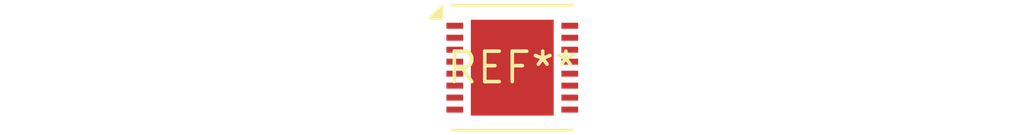
<source format=kicad_pcb>
(kicad_pcb (version 20240108) (generator pcbnew)
  (layers (0 "F.Cu" signal) (31 "B.Cu" signal) (34 "B.Paste" user) (35 "F.Paste" user) (36 "B.SilkS" user "B.Silkscreen") (37 "F.SilkS" user "F.Silkscreen") (38 "B.Mask" user) (39 "F.Mask" user) (44 "Edge.Cuts" user))
  (net 0 "")
  (footprint "DFN-16-1EP_5x5mm_P0.5mm_EP3.46x4mm" (layer "F.Cu") (at 0 0)
    (property "Reference" "REF**")
    (property "Value" "DFN-16-1EP_5x5mm_P0.5mm_EP3.46x4mm")
    (fp_line (start -2.5 -2.61) (end 2.5 -2.61) (layer "F.SilkS") (stroke (width 0.12)))
    (fp_line (start -2.5 2.61) (end 2.5 2.61) (layer "F.SilkS") (stroke (width 0.12)))
    (fp_poly (pts (xy -2.94 -2.06) (xy -3.42 -2.06) (xy -2.94 -2.54) (xy -2.94 -2.06)) (layer "F.SilkS") (stroke (width 0.12)) (fill solid))
    (pad "1" smd rect (at -2.4 -1.75) (size 0.7 0.25) (layers "F.Cu" "F.Paste" "F.Mask"))
    (pad "2" smd rect (at -2.4 -1.25) (size 0.7 0.25) (layers "F.Cu" "F.Paste" "F.Mask"))
    (pad "3" smd rect (at -2.4 -0.75) (size 0.7 0.25) (layers "F.Cu" "F.Paste" "F.Mask"))
    (pad "4" smd rect (at -2.4 -0.25) (size 0.7 0.25) (layers "F.Cu" "F.Paste" "F.Mask"))
    (pad "5" smd rect (at -2.4 0.25) (size 0.7 0.25) (layers "F.Cu" "F.Paste" "F.Mask"))
    (pad "6" smd rect (at -2.4 0.75) (size 0.7 0.25) (layers "F.Cu" "F.Paste" "F.Mask"))
    (pad "7" smd rect (at -2.4 1.25) (size 0.7 0.25) (layers "F.Cu" "F.Paste" "F.Mask"))
    (pad "8" smd rect (at -2.4 1.75) (size 0.7 0.25) (layers "F.Cu" "F.Paste" "F.Mask"))
    (pad "9" smd rect (at 2.4 1.75) (size 0.7 0.25) (layers "F.Cu" "F.Paste" "F.Mask"))
    (pad "10" smd rect (at 2.4 1.25) (size 0.7 0.25) (layers "F.Cu" "F.Paste" "F.Mask"))
    (pad "11" smd rect (at 2.4 0.75) (size 0.7 0.25) (layers "F.Cu" "F.Paste" "F.Mask"))
    (pad "12" smd rect (at 2.4 0.25) (size 0.7 0.25) (layers "F.Cu" "F.Paste" "F.Mask"))
    (pad "13" smd rect (at 2.4 -0.25) (size 0.7 0.25) (layers "F.Cu" "F.Paste" "F.Mask"))
    (pad "14" smd rect (at 2.4 -0.75) (size 0.7 0.25) (layers "F.Cu" "F.Paste" "F.Mask"))
    (pad "15" smd rect (at 2.4 -1.25) (size 0.7 0.25) (layers "F.Cu" "F.Paste" "F.Mask"))
    (pad "16" smd rect (at 2.4 -1.75) (size 0.7 0.25) (layers "F.Cu" "F.Paste" "F.Mask"))
    (pad "17" smd rect (at 0 0) (size 3.46 4) (layers "F.Cu" "F.Mask"))
  )
)
</source>
